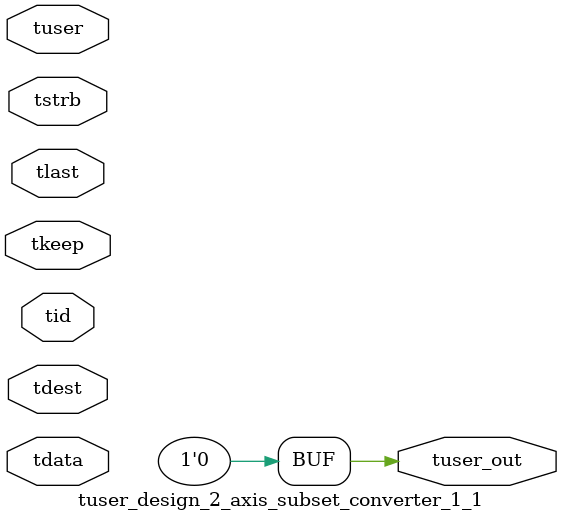
<source format=v>


`timescale 1ps/1ps

module tuser_design_2_axis_subset_converter_1_1 #
(
parameter C_S_AXIS_TUSER_WIDTH = 1,
parameter C_S_AXIS_TDATA_WIDTH = 32,
parameter C_S_AXIS_TID_WIDTH   = 0,
parameter C_S_AXIS_TDEST_WIDTH = 0,
parameter C_M_AXIS_TUSER_WIDTH = 1
)
(
input  [(C_S_AXIS_TUSER_WIDTH == 0 ? 1 : C_S_AXIS_TUSER_WIDTH)-1:0     ] tuser,
input  [(C_S_AXIS_TDATA_WIDTH == 0 ? 1 : C_S_AXIS_TDATA_WIDTH)-1:0     ] tdata,
input  [(C_S_AXIS_TID_WIDTH   == 0 ? 1 : C_S_AXIS_TID_WIDTH)-1:0       ] tid,
input  [(C_S_AXIS_TDEST_WIDTH == 0 ? 1 : C_S_AXIS_TDEST_WIDTH)-1:0     ] tdest,
input  [(C_S_AXIS_TDATA_WIDTH/8)-1:0 ] tkeep,
input  [(C_S_AXIS_TDATA_WIDTH/8)-1:0 ] tstrb,
input                                                                    tlast,
output [C_M_AXIS_TUSER_WIDTH-1:0] tuser_out
);

assign tuser_out = {1'b0};

endmodule


</source>
